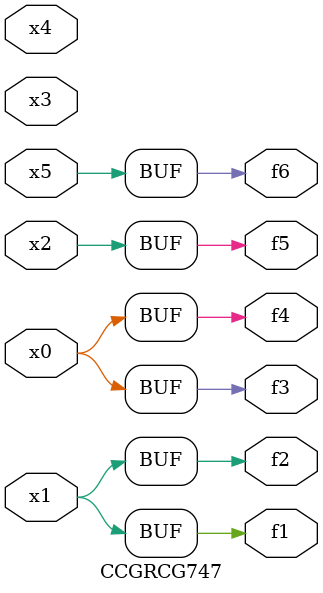
<source format=v>
module CCGRCG747(
	input x0, x1, x2, x3, x4, x5,
	output f1, f2, f3, f4, f5, f6
);
	assign f1 = x1;
	assign f2 = x1;
	assign f3 = x0;
	assign f4 = x0;
	assign f5 = x2;
	assign f6 = x5;
endmodule

</source>
